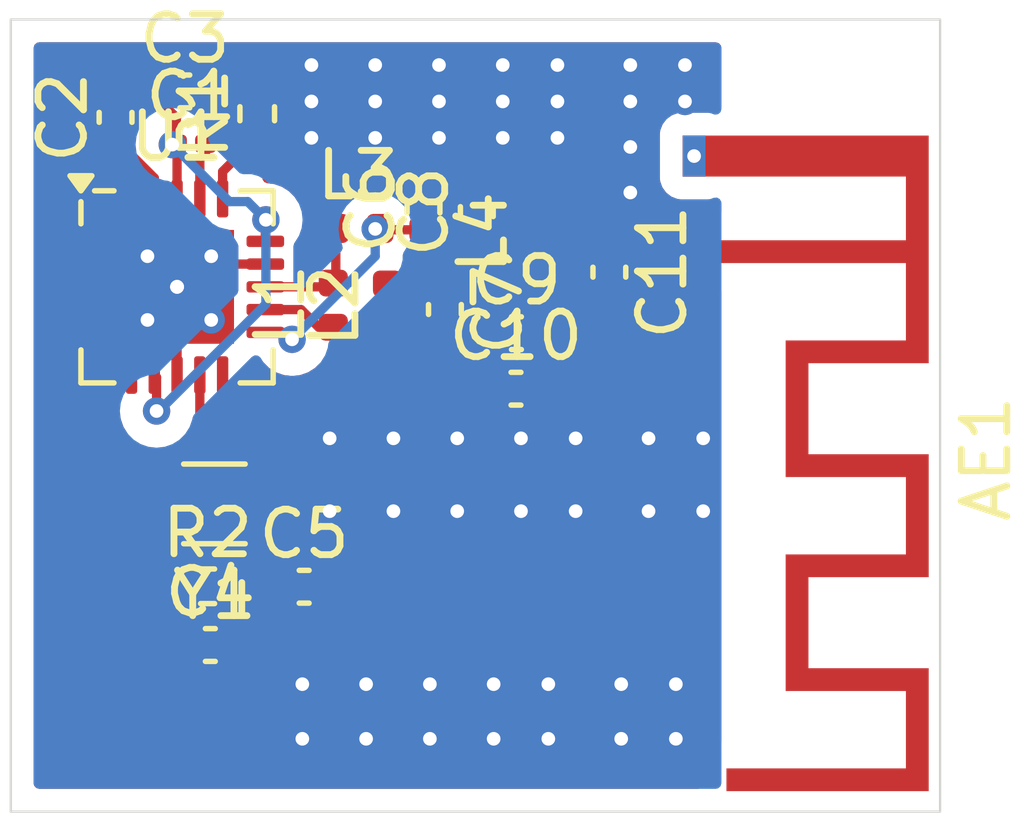
<source format=kicad_pcb>
(kicad_pcb (version 20240108) (generator "pcbnew") (generator_version "8.0")
  (layers (0 "F.Cu" signal) (31 "B.Cu" signal) (34 "B.Paste" user) (35 "F.Paste" user) (36 "B.SilkS" user "B.Silkscreen") (37 "F.SilkS" user "F.Silkscreen") (38 "B.Mask" user) (39 "F.Mask" user) (44 "Edge.Cuts" user))
  (net 0 "")
  (net 1 "Net-(AE1-A)")
  (net 2 "GND")
  (net 3 "VDD")
  (net 4 "Net-(U1-DVDD)")
  (net 5 "Net-(U1-XC2)")
  (net 6 "Net-(U1-XC1)")
  (net 7 "Net-(U1-VDD_PA)")
  (net 8 "Net-(C10-Pad1)")
  (net 9 "Net-(C7-Pad1)")
  (net 10 "Net-(J1-Pin_3)")
  (net 11 "Net-(J1-Pin_4)")
  (net 12 "Net-(J1-Pin_5)")
  (net 13 "Net-(J1-Pin_7)")
  (net 14 "Net-(J1-Pin_6)")
  (net 15 "Net-(J1-Pin_2)")
  (net 16 "Net-(U1-ANT1)")
  (net 17 "Net-(U1-ANT2)")
  (net 18 "Net-(U1-IREF)")
  (footprint "Inductor_SMD:L_0402_1005Metric" (layer "F.Cu") (at 133.53 89.875 90)
    (property "Reference" "L4" (at 0 -1.17 90) (layer "F.SilkS"))
    (property "Value" "Lx")
    (pad "1" smd roundrect (at -0.485 0 90) (size 0.59 0.64) (layers "F.Cu" "F.Paste" "F.Mask") (net 8 "Net-(C10-Pad1)"))
    (pad "2" smd roundrect (at 0.485 0 90) (size 0.59 0.64) (layers "F.Cu" "F.Paste" "F.Mask") (net 1 "Net-(AE1-A)"))
  )
  (footprint "Capacitor_SMD:C_0402_1005Metric" (layer "F.Cu") (at 131.53 91.57 -90)
    (property "Reference" "C7" (at 0 -1.16 90) (layer "F.SilkS"))
    (property "Value" "1p5")
    (fp_line (start -0.107836 0.36) (end 0.107836 0.36) (stroke (width 0.12)) (layer "F.SilkS"))
    (fp_line (start -0.107836 -0.36) (end 0.107836 -0.36) (stroke (width 0.12)) (layer "F.SilkS"))
    (pad "1" smd roundrect (at -0.48 0 270) (size 0.56 0.62) (layers "F.Cu" "F.Paste" "F.Mask") (net 9 "Net-(C7-Pad1)"))
    (pad "2" smd roundrect (at 0.48 0 270) (size 0.56 0.62) (layers "F.Cu" "F.Paste" "F.Mask") (net 8 "Net-(C10-Pad1)"))
  )
  (footprint "Inductor_SMD:L_0402_1005Metric" (layer "F.Cu") (at 130.27 91.495 90)
    (property "Reference" "L2" (at 0 -1.17 90) (layer "F.SilkS"))
    (property "Value" "3n9")
    (pad "1" smd roundrect (at -0.485 0 90) (size 0.59 0.64) (layers "F.Cu" "F.Paste" "F.Mask") (net 16 "Net-(U1-ANT1)"))
    (pad "2" smd roundrect (at 0.485 0 90) (size 0.59 0.64) (layers "F.Cu" "F.Paste" "F.Mask") (net 9 "Net-(C7-Pad1)"))
  )
  (footprint "Resistor_SMD:R_0402_1005Metric" (layer "F.Cu") (at 127.41 87.27 90)
    (property "Reference" "R1" (at 0 -1.17 90) (layer "F.SilkS"))
    (property "Value" "22k")
    (fp_line (start -0.153641 -0.38) (end 0.153641 -0.38) (stroke (width 0.12)) (layer "F.SilkS"))
    (fp_line (start -0.153641 0.38) (end 0.153641 0.38) (stroke (width 0.12)) (layer "F.SilkS"))
    (pad "1" smd roundrect (at -0.51 0 90) (size 0.54 0.64) (layers "F.Cu" "F.Paste" "F.Mask") (net 18 "Net-(U1-IREF)"))
    (pad "2" smd roundrect (at 0.51 0 90) (size 0.54 0.64) (layers "F.Cu" "F.Paste" "F.Mask") (net 2 "GND"))
  )
  (footprint "Capacitor_SMD:C_0402_1005Metric" (layer "F.Cu") (at 132.23 89.42 90)
    (property "Reference" "C8" (at 0 -1.16 90) (layer "F.SilkS"))
    (property "Value" "C_Small")
    (fp_line (start -0.107836 -0.36) (end 0.107836 -0.36) (stroke (width 0.12)) (layer "F.SilkS"))
    (fp_line (start -0.107836 0.36) (end 0.107836 0.36) (stroke (width 0.12)) (layer "F.SilkS"))
    (pad "1" smd roundrect (at -0.48 0 90) (size 0.56 0.62) (layers "F.Cu" "F.Paste" "F.Mask") (net 7 "Net-(U1-VDD_PA)"))
    (pad "2" smd roundrect (at 0.48 0 90) (size 0.56 0.62) (layers "F.Cu" "F.Paste" "F.Mask") (net 2 "GND"))
  )
  (footprint "Capacitor_SMD:C_0402_1005Metric" (layer "F.Cu") (at 125.82 86.78)
    (property "Reference" "C3" (at 0 -1.16 0) (layer "F.SilkS"))
    (property "Value" "1n")
    (fp_line (start -0.107836 -0.36) (end 0.107836 -0.36) (stroke (width 0.12)) (layer "F.SilkS"))
    (fp_line (start -0.107836 0.36) (end 0.107836 0.36) (stroke (width 0.12)) (layer "F.SilkS"))
    (pad "1" smd roundrect (at -0.48 0) (size 0.56 0.62) (layers "F.Cu" "F.Paste" "F.Mask") (net 3 "VDD"))
    (pad "2" smd roundrect (at 0.48 0) (size 0.56 0.62) (layers "F.Cu" "F.Paste" "F.Mask") (net 2 "GND"))
  )
  (footprint "Capacitor_SMD:C_0402_1005Metric" (layer "F.Cu") (at 126.38 98.94)
    (property "Reference" "C4" (at 0 -1.16 0) (layer "F.SilkS"))
    (property "Value" "22p")
    (fp_line (start -0.107836 -0.36) (end 0.107836 -0.36) (stroke (width 0.12)) (layer "F.SilkS"))
    (fp_line (start -0.107836 0.36) (end 0.107836 0.36) (stroke (width 0.12)) (layer "F.SilkS"))
    (pad "1" smd roundrect (at -0.48 0) (size 0.56 0.62) (layers "F.Cu" "F.Paste" "F.Mask") (net 5 "Net-(U1-XC2)"))
    (pad "2" smd roundrect (at 0.48 0) (size 0.56 0.62) (layers "F.Cu" "F.Paste" "F.Mask") (net 2 "GND"))
  )
  (footprint "Capacitor_SMD:C_0402_1005Metric" (layer "F.Cu") (at 133.09 93.31)
    (property "Reference" "C10" (at 0 -1.16 0) (layer "F.SilkS"))
    (property "Value" "Cx")
    (fp_line (start -0.107836 -0.36) (end 0.107836 -0.36) (stroke (width 0.12)) (layer "F.SilkS"))
    (fp_line (start -0.107836 0.36) (end 0.107836 0.36) (stroke (width 0.12)) (layer "F.SilkS"))
    (pad "1" smd roundrect (at -0.48 0) (size 0.56 0.62) (layers "F.Cu" "F.Paste" "F.Mask") (net 8 "Net-(C10-Pad1)"))
    (pad "2" smd roundrect (at 0.48 0) (size 0.56 0.62) (layers "F.Cu" "F.Paste" "F.Mask") (net 2 "GND"))
  )
  (footprint "Resistor_SMD:R_0402_1005Metric" (layer "F.Cu") (at 126.32 97.65)
    (property "Reference" "R2" (at 0 -1.17 0) (layer "F.SilkS"))
    (property "Value" "16MHz")
    (fp_line (start -0.153641 -0.38) (end 0.153641 -0.38) (stroke (width 0.12)) (layer "F.SilkS"))
    (fp_line (start -0.153641 0.38) (end 0.153641 0.38) (stroke (width 0.12)) (layer "F.SilkS"))
    (pad "1" smd roundrect (at -0.51 0) (size 0.54 0.64) (layers "F.Cu" "F.Paste" "F.Mask") (net 5 "Net-(U1-XC2)"))
    (pad "2" smd roundrect (at 0.51 0) (size 0.54 0.64) (layers "F.Cu" "F.Paste" "F.Mask") (net 6 "Net-(U1-XC1)"))
  )
  (footprint "Crystal:Crystal_SMD_3215-2Pin_3.2x1.5mm" (layer "F.Cu") (at 126.47 95.84 180)
    (property "Reference" "Y1" (at 0 -2 0) (layer "F.SilkS"))
    (property "Value" "Crystal")
    (fp_line (start -0.675 0.875) (end 0.675 0.875) (stroke (width 0.12)) (layer "F.SilkS"))
    (fp_line (start -0.675 -0.875) (end 0.675 -0.875) (stroke (width 0.12)) (layer "F.SilkS"))
    (pad "1" smd rect (at 1.25 0 180) (size 1 1.8) (layers "F.Cu" "F.Paste" "F.Mask") (net 5 "Net-(U1-XC2)"))
    (pad "2" smd rect (at -1.25 0 180) (size 1 1.8) (layers "F.Cu" "F.Paste" "F.Mask") (net 6 "Net-(U1-XC1)"))
  )
  (footprint "RF_Antenna:Texas_SWRA117D_2.4GHz_Right" (layer "F.Cu") (at 137 90.3 -90)
    (property "Reference" "AE1" (at 4.55 -6.41 90) (layer "F.SilkS"))
    (property "Value" "Antenna")
    (fp_poly (pts (xy 2.45 -2.51) (xy 4.45 -2.51) (xy 4.45 -5.15) (xy 7.15 -5.15) (xy 7.15 -2.51) (xy 9.15 -2.51) (xy 9.15 -5.15) (xy 11.85 -5.15) (xy 11.85 -0.71) (xy 11.35 -0.71) (xy 11.35 -4.65) (xy 9.65 -4.65) (xy 9.65 -2.01) (xy 6.65 -2.01) (xy 6.65 -4.65) (xy 4.95 -4.65) (xy 4.95 -2.01) (xy 1.95 -2.01) (xy 1.95 -4.65) (xy 0.25 -4.65) (xy 0.25 0.25) (xy -0.25 0.25) (xy -0.25 -4.65) (xy -1.65 -4.65) (xy -1.65 0.25) (xy -2.55 0.25) (xy -2.55 0.006785) (xy -2.247583 0.006785) (xy -2.237742 0.054395) (xy -2.213674 0.096797) (xy -2.175731 0.129581) (xy -2.167819 0.133935) (xy -2.125156 0.146043) (xy -2.076637 0.1453) (xy -2.031122 0.1324) (xy -2.012511 0.121787) (xy -1.978868 0.086553) (xy -1.958309 0.041368) (xy -1.951778 -0.008158) (xy -1.960218 -0.056417) (xy -1.977112 -0.088643) (xy -2.012372 -0.121313) (xy -2.057682 -0.141408) (xy -2.107267 -0.147982) (xy -2.155353 -0.140092) (xy -2.188245 -0.123186) (xy -2.223185 -0.086416) (xy -2.242847 -0.041622) (xy -2.247583 0.006785) (xy -2.55 0.006785) (xy -2.55 -5.15) (xy 2.45 -5.15) (xy 2.45 -2.51)) (fill solid) (layer "F.Cu"))
    (pad "1" connect rect (at 0 0 270) (size 0.5 0.5) (layers "F.Cu") (net 1 "Net-(AE1-A)"))
    (pad "2" thru_hole rect (at -2.1 0 270) (size 0.9 0.5) (drill 0.3) (layers "*.Cu"))
  )
  (footprint "Capacitor_SMD:C_0201_0603Metric" (layer "F.Cu") (at 125.955 87.93)
    (property "Reference" "C1" (at 0 -1.05 0) (layer "F.SilkS"))
    (property "Value" "10n")
    (pad "1" smd roundrect (at -0.32 0) (size 0.46 0.4) (layers "F.Cu" "F.Mask") (net 3 "VDD"))
    (pad "2" smd roundrect (at 0.32 0) (size 0.46 0.4) (layers "F.Cu" "F.Mask") (net 2 "GND"))
  )
  (footprint "Capacitor_SMD:C_0402_1005Metric" (layer "F.Cu") (at 131.06 89.34 90)
    (property "Reference" "C6" (at 0 -1.16 90) (layer "F.SilkS"))
    (property "Value" "C_Small")
    (fp_line (start -0.107836 -0.36) (end 0.107836 -0.36) (stroke (width 0.12)) (layer "F.SilkS"))
    (fp_line (start -0.107836 0.36) (end 0.107836 0.36) (stroke (width 0.12)) (layer "F.SilkS"))
    (pad "1" smd roundrect (at -0.48 0 90) (size 0.56 0.62) (layers "F.Cu" "F.Paste" "F.Mask") (net 7 "Net-(U1-VDD_PA)"))
    (pad "2" smd roundrect (at 0.48 0 90) (size 0.56 0.62) (layers "F.Cu" "F.Paste" "F.Mask") (net 2 "GND"))
  )
  (footprint "Capacitor_SMD:C_0402_1005Metric" (layer "F.Cu") (at 128.44 97.66)
    (property "Reference" "C5" (at 0 -1.16 0) (layer "F.SilkS"))
    (property "Value" "22p")
    (fp_line (start -0.107836 -0.36) (end 0.107836 -0.36) (stroke (width 0.12)) (layer "F.SilkS"))
    (fp_line (start -0.107836 0.36) (end 0.107836 0.36) (stroke (width 0.12)) (layer "F.SilkS"))
    (pad "1" smd roundrect (at -0.48 0) (size 0.56 0.62) (layers "F.Cu" "F.Paste" "F.Mask") (net 6 "Net-(U1-XC1)"))
    (pad "2" smd roundrect (at 0.48 0) (size 0.56 0.62) (layers "F.Cu" "F.Paste" "F.Mask") (net 2 "GND"))
  )
  (footprint "Capacitor_SMD:C_0402_1005Metric" (layer "F.Cu") (at 133.1 92.09)
    (property "Reference" "C9" (at 0 -1.16 0) (layer "F.SilkS"))
    (property "Value" "1p")
    (fp_line (start -0.107836 -0.36) (end 0.107836 -0.36) (stroke (width 0.12)) (layer "F.SilkS"))
    (fp_line (start -0.107836 0.36) (end 0.107836 0.36) (stroke (width 0.12)) (layer "F.SilkS"))
    (pad "1" smd roundrect (at -0.48 0) (size 0.56 0.62) (layers "F.Cu" "F.Paste" "F.Mask") (net 8 "Net-(C10-Pad1)"))
    (pad "2" smd roundrect (at 0.48 0) (size 0.56 0.62) (layers "F.Cu" "F.Paste" "F.Mask") (net 2 "GND"))
  )
  (footprint "Inductor_SMD:L_0402_1005Metric" (layer "F.Cu") (at 129.62 89.79)
    (property "Reference" "L3" (at 0 -1.17 0) (layer "F.SilkS"))
    (property "Value" "2n7")
    (pad "1" smd roundrect (at -0.485 0) (size 0.59 0.64) (layers "F.Cu" "F.Paste" "F.Mask") (net 17 "Net-(U1-ANT2)"))
    (pad "2" smd roundrect (at 0.485 0) (size 0.59 0.64) (layers "F.Cu" "F.Paste" "F.Mask") (net 7 "Net-(U1-VDD_PA)"))
  )
  (footprint "Capacitor_SMD:C_0402_1005Metric" (layer "F.Cu") (at 135.14 90.75 -90)
    (property "Reference" "C11" (at 0 -1.16 90) (layer "F.SilkS"))
    (property "Value" "Cx")
    (fp_line (start -0.107836 0.36) (end 0.107836 0.36) (stroke (width 0.12)) (layer "F.SilkS"))
    (fp_line (start -0.107836 -0.36) (end 0.107836 -0.36) (stroke (width 0.12)) (layer "F.SilkS"))
    (pad "1" smd roundrect (at -0.48 0 270) (size 0.56 0.62) (layers "F.Cu" "F.Paste" "F.Mask") (net 1 "Net-(AE1-A)"))
    (pad "2" smd roundrect (at 0.48 0 270) (size 0.56 0.62) (layers "F.Cu" "F.Paste" "F.Mask") (net 2 "GND"))
  )
  (footprint "Package_DFN_QFN:QFN-20-1EP_4x4mm_P0.5mm_EP2.5x2.5mm" (layer "F.Cu") (at 125.65 91.0725)
    (property "Reference" "U1" (at 0 -3.3 0) (layer "F.SilkS"))
    (property "Value" "NRF24L01")
    (fp_line (start -2.11 -1.385) (end -2.11 -1.87) (stroke (width 0.12)) (layer "F.SilkS"))
    (fp_line (start -2.11 2.11) (end -2.11 1.385) (stroke (width 0.12)) (layer "F.SilkS"))
    (fp_line (start -1.385 -2.11) (end -1.81 -2.11) (stroke (width 0.12)) (layer "F.SilkS"))
    (fp_line (start -1.385 2.11) (end -2.11 2.11) (stroke (width 0.12)) (layer "F.SilkS"))
    (fp_line (start 1.385 -2.11) (end 2.11 -2.11) (stroke (width 0.12)) (layer "F.SilkS"))
    (fp_line (start 1.385 2.11) (end 2.11 2.11) (stroke (width 0.12)) (layer "F.SilkS"))
    (fp_line (start 2.11 -2.11) (end 2.11 -1.385) (stroke (width 0.12)) (layer "F.SilkS"))
    (fp_line (start 2.11 2.11) (end 2.11 1.385) (stroke (width 0.12)) (layer "F.SilkS"))
    (fp_poly (pts (xy -2.11 -2.11) (xy -2.35 -2.44) (xy -1.87 -2.44) (xy -2.11 -2.11)) (stroke (width 0.12)) (fill solid) (layer "F.SilkS"))
    (pad "1" smd roundrect (at -1.9375 -1) (size 0.825 0.25) (layers "F.Cu" "F.Paste" "F.Mask") (net 14 "Net-(J1-Pin_6)"))
    (pad "2" smd roundrect (at -1.9375 -0.5) (size 0.825 0.25) (layers "F.Cu" "F.Paste" "F.Mask") (net 12 "Net-(J1-Pin_5)"))
    (pad "3" smd roundrect (at -1.9375 0) (size 0.825 0.25) (layers "F.Cu" "F.Paste" "F.Mask") (net 11 "Net-(J1-Pin_4)"))
    (pad "4" smd roundrect (at -1.9375 0.5) (size 0.825 0.25) (layers "F.Cu" "F.Paste" "F.Mask") (net 15 "Net-(J1-Pin_2)"))
    (pad "5" smd roundrect (at -1.9375 1) (size 0.825 0.25) (layers "F.Cu" "F.Paste" "F.Mask") (net 10 "Net-(J1-Pin_3)"))
    (pad "6" smd roundrect (at -1 1.9375) (size 0.25 0.825) (layers "F.Cu" "F.Paste" "F.Mask") (net 13 "Net-(J1-Pin_7)"))
    (pad "7" smd roundrect (at -0.5 1.9375) (size 0.25 0.825) (layers "F.Cu" "F.Paste" "F.Mask") (net 3 "VDD"))
    (pad "8" smd roundrect (at 0 1.9375) (size 0.25 0.825) (layers "F.Cu" "F.Paste" "F.Mask") (net 2 "GND"))
    (pad "9" smd roundrect (at 0.5 1.9375) (size 0.25 0.825) (layers "F.Cu" "F.Paste" "F.Mask") (net 5 "Net-(U1-XC2)"))
    (pad "10" smd roundrect (at 1 1.9375) (size 0.25 0.825) (layers "F.Cu" "F.Paste" "F.Mask") (net 6 "Net-(U1-XC1)"))
    (pad "11" smd roundrect (at 1.9375 1) (size 0.825 0.25) (layers "F.Cu" "F.Paste" "F.Mask") (net 7 "Net-(U1-VDD_PA)"))
    (pad "12" smd roundrect (at 1.9375 0.5) (size 0.825 0.25) (layers "F.Cu" "F.Paste" "F.Mask") (net 16 "Net-(U1-ANT1)"))
    (pad "13" smd roundrect (at 1.9375 0) (size 0.825 0.25) (layers "F.Cu" "F.Paste" "F.Mask") (net 17 "Net-(U1-ANT2)"))
    (pad "14" smd roundrect (at 1.9375 -0.5) (size 0.825 0.25) (layers "F.Cu" "F.Paste" "F.Mask") (net 2 "GND"))
    (pad "15" smd roundrect (at 1.9375 -1) (size 0.825 0.25) (layers "F.Cu" "F.Paste" "F.Mask") (net 3 "VDD"))
    (pad "16" smd roundrect (at 1 -1.9375) (size 0.25 0.825) (layers "F.Cu" "F.Paste" "F.Mask") (net 18 "Net-(U1-IREF)"))
    (pad "17" smd roundrect (at 0.5 -1.9375) (size 0.25 0.825) (layers "F.Cu" "F.Paste" "F.Mask") (net 2 "GND"))
    (pad "18" smd roundrect (at 0 -1.9375) (size 0.25 0.825) (layers "F.Cu" "F.Paste" "F.Mask") (net 3 "VDD"))
    (pad "19" smd roundrect (at -0.5 -1.9375) (size 0.25 0.825) (layers "F.Cu" "F.Paste" "F.Mask") (net 4 "Net-(U1-DVDD)"))
    (pad "20" smd roundrect (at -1 -1.9375) (size 0.25 0.825) (layers "F.Cu" "F.Paste" "F.Mask") (net 2 "GND"))
    (pad "21" smd rect (at 0 0) (size 2.5 2.5) (property pad_prop_heatsink) (layers "F.Cu" "F.Mask") (net 2 "GND"))
  )
  (footprint "Capacitor_SMD:C_0402_1005Metric" (layer "F.Cu") (at 124.3 87.35 90)
    (property "Reference" "C2" (at 0 -1.16 90) (layer "F.SilkS"))
    (property "Value" "33n")
    (fp_line (start -0.107836 -0.36) (end 0.107836 -0.36) (stroke (width 0.12)) (layer "F.SilkS"))
    (fp_line (start -0.107836 0.36) (end 0.107836 0.36) (stroke (width 0.12)) (layer "F.SilkS"))
    (pad "1" smd roundrect (at -0.48 0 90) (size 0.56 0.62) (layers "F.Cu" "F.Paste" "F.Mask") (net 4 "Net-(U1-DVDD)"))
    (pad "2" smd roundrect (at 0.48 0 90) (size 0.56 0.62) (layers "F.Cu" "F.Paste" "F.Mask") (net 2 "GND"))
  )
  (footprint "Inductor_SMD:L_0402_1005Metric" (layer "F.Cu") (at 129.08 91.475 90)
    (property "Reference" "L1" (at 0 -1.17 90) (layer "F.SilkS"))
    (property "Value" "8n2")
    (pad "1" smd roundrect (at -0.485 0 90) (size 0.59 0.64) (layers "F.Cu" "F.Paste" "F.Mask") (net 16 "Net-(U1-ANT1)"))
    (pad "2" smd roundrect (at 0.485 0 90) (size 0.59 0.64) (layers "F.Cu" "F.Paste" "F.Mask") (net 17 "Net-(U1-ANT2)"))
  )
  (gr_rect (start 122 85.2) (end 142.4 102.6) (stroke (width 0.05)) (fill none) (layer "Edge.Cuts"))
  (segment (start 135.14 90.27) (end 134.41 90.27) (width 0.2032) (layer "F.Cu") (net 1))
  (segment (start 135.17 90.3) (end 135.14 90.27) (width 0.2032) (layer "F.Cu") (net 1))
  (segment (start 134.41 90.27) (end 133.53 89.39) (width 0.2032) (layer "F.Cu") (net 1))
  (segment (start 137 90.3) (end 135.17 90.3) (width 0.2032) (layer "F.Cu") (net 1))
  (segment (start 124.65 90.0725) (end 125.65 91.0725) (width 0.2032) (layer "F.Cu") (net 2))
  (segment (start 124.65 89.135) (end 124.65 90.0725) (width 0.2032) (layer "F.Cu") (net 2))
  (segment (start 125.65 93.01) (end 125.65 91.0725) (width 0.2032) (layer "F.Cu") (net 2))
  (segment (start 126.15 89.135) (end 126.15 88.254999) (width 0.2032) (layer "F.Cu") (net 2))
  (segment (start 126.15 89.135) (end 126.15 90.5725) (width 0.2032) (layer "F.Cu") (net 2))
  (segment (start 126.275 86.805) (end 126.3 86.78) (width 0.2032) (layer "F.Cu") (net 2))
  (segment (start 126.275 88.129999) (end 126.275 87.93) (width 0.2032) (layer "F.Cu") (net 2))
  (segment (start 126.275 87.93) (end 126.275 86.805) (width 0.2032) (layer "F.Cu") (net 2))
  (segment (start 126.15 90.5725) (end 125.65 91.0725) (width 0.2032) (layer "F.Cu") (net 2))
  (segment (start 127.5875 90.5725) (end 126.15 90.5725) (width 0.2032) (layer "F.Cu") (net 2))
  (segment (start 126.15 88.254999) (end 126.275 88.129999) (width 0.2032) (layer "F.Cu") (net 2))
  (via (at 134 87.8) (size 0.6) (drill 0.3) (layers "F.Cu" "B.Cu") (net 2))
  (via (at 128.6 87) (size 0.6) (drill 0.3) (layers "F.Cu" "B.Cu") (net 2))
  (via (at 125.65 91.0725) (size 0.6) (drill 0.3) (layers "F.Cu" "B.Cu") (net 2))
  (via (at 128.4 99.8) (size 0.6) (drill 0.3) (layers "F.Cu" "B.Cu") (net 2))
  (via (at 136.6 99.8) (size 0.6) (drill 0.3) (layers "F.Cu" "B.Cu") (net 2))
  (via (at 133.2 94.4) (size 0.6) (drill 0.3) (layers "F.Cu" "B.Cu") (net 2))
  (via (at 129 96) (size 0.6) (drill 0.3) (layers "F.Cu" "B.Cu") (net 2))
  (via (at 129 94.4) (size 0.6) (drill 0.3) (layers "F.Cu" "B.Cu") (net 2))
  (via (at 130.4 94.4) (size 0.6) (drill 0.3) (layers "F.Cu" "B.Cu") (net 2))
  (via (at 125.65 91.0725) (size 0.6) (drill 0.3) (layers "F.Cu" "B.Cu") (net 2))
  (via (at 134.4 96) (size 0.6) (drill 0.3) (layers "F.Cu" "B.Cu") (net 2))
  (via (at 131.4 87) (size 0.6) (drill 0.3) (layers "F.Cu" "B.Cu") (net 2))
  (via (at 136 96) (size 0.6) (drill 0.3) (layers "F.Cu" "B.Cu") (net 2))
  (via (at 130.4 96) (size 0.6) (drill 0.3) (layers "F.Cu" "B.Cu") (net 2))
  (via (at 136.8 87) (size 0.6) (drill 0.3) (layers "F.Cu" "B.Cu") (net 2))
  (via (at 125 91.8) (size 0.6) (drill 0.3) (layers "F.Cu" "B.Cu") (net 2))
  (via (at 131.8 96) (size 0.6) (drill 0.3) (layers "F.Cu" "B.Cu") (net 2))
  (via (at 125.65 91.0725) (size 0.6) (drill 0.3) (layers "F.Cu" "B.Cu") (net 2))
  (via (at 136.8 86.2) (size 0.6) (drill 0.3) (layers "F.Cu" "B.Cu") (net 2))
  (via (at 134 87) (size 0.6) (drill 0.3) (layers "F.Cu" "B.Cu") (net 2))
  (via (at 135.6 86.2) (size 0.6) (drill 0.3) (layers "F.Cu" "B.Cu") (net 2))
  (via (at 126.4 90.4) (size 0.6) (drill 0.3) (layers "F.Cu" "B.Cu") (net 2))
  (via (at 125 90.4) (size 0.6) (drill 0.3) (layers "F.Cu" "B.Cu") (net 2))
  (via (at 130 86.2) (size 0.6) (drill 0.3) (layers "F.Cu" "B.Cu") (net 2))
  (via (at 132.8 86.2) (size 0.6) (drill 0.3) (layers "F.Cu" "B.Cu") (net 2))
  (via (at 133.8 101) (size 0.6) (drill 0.3) (layers "F.Cu" "B.Cu") (net 2))
  (via (at 131.8 94.4) (size 0.6) (drill 0.3) (layers "F.Cu" "B.Cu") (net 2))
  (via (at 133.8 99.8) (size 0.6) (drill 0.3) (layers "F.Cu" "B.Cu") (net 2))
  (via (at 131.4 86.2) (size 0.6) (drill 0.3) (layers "F.Cu" "B.Cu") (net 2))
  (via (at 130 87) (size 0.6) (drill 0.3) (layers "F.Cu" "B.Cu") (net 2))
  (via (at 131.4 87.8) (size 0.6) (drill 0.3) (layers "F.Cu" "B.Cu") (net 2))
  (via (at 135.6 88) (size 0.6) (drill 0.3) (layers "F.Cu" "B.Cu") (net 2))
  (via (at 132.8 87.8) (size 0.6) (drill 0.3) (layers "F.Cu" "B.Cu") (net 2))
  (via (at 137.2 96) (size 0.6) (drill 0.3) (layers "F.Cu" "B.Cu") (net 2))
  (via (at 135.6 89) (size 0.6) (drill 0.3) (layers "F.Cu" "B.Cu") (net 2))
  (via (at 135.6 87) (size 0.6) (drill 0.3) (layers "F.Cu" "B.Cu") (net 2))
  (via (at 133.2 96) (size 0.6) (drill 0.3) (layers "F.Cu" "B.Cu") (net 2))
  (via (at 132.6 101) (size 0.6) (drill 0.3) (layers "F.Cu" "B.Cu") (net 2))
  (via (at 126.4 91.8) (size 0.6) (drill 0.3) (layers "F.Cu" "B.Cu") (net 2))
  (via (at 132.8 87) (size 0.6) (drill 0.3) (layers "F.Cu" "B.Cu") (net 2))
  (via (at 134.4 94.4) (size 0.6) (drill 0.3) (layers "F.Cu" "B.Cu") (net 2))
  (via (at 132.6 99.8) (size 0.6) (drill 0.3) (layers "F.Cu" "B.Cu") (net 2))
  (via (at 135.4 101) (size 0.6) (drill 0.3) (layers "F.Cu" "B.Cu") (net 2))
  (via (at 131.2 99.8) (size 0.6) (drill 0.3) (layers "F.Cu" "B.Cu") (net 2))
  (via (at 125.65 91.0725) (size 0.6) (drill 0.3) (layers "F.Cu" "B.Cu") (net 2))
  (via (at 136.6 101) (size 0.6) (drill 0.3) (layers "F.Cu" "B.Cu") (net 2))
  (via (at 137.2 94.4) (size 0.6) (drill 0.3) (layers "F.Cu" "B.Cu") (net 2))
  (via (at 136 94.4) (size 0.6) (drill 0.3) (layers "F.Cu" "B.Cu") (net 2))
  (via (at 125.65 91.0725) (size 0.6) (drill 0.3) (layers "F.Cu" "B.Cu") (net 2))
  (via (at 129.8 101) (size 0.6) (drill 0.3) (layers "F.Cu" "B.Cu") (net 2))
  (via (at 131.2 101) (size 0.6) (drill 0.3) (layers "F.Cu" "B.Cu") (net 2))
  (via (at 135.4 99.8) (size 0.6) (drill 0.3) (layers "F.Cu" "B.Cu") (net 2))
  (via (at 128.6 86.2) (size 0.6) (drill 0.3) (layers "F.Cu" "B.Cu") (net 2))
  (via (at 128.6 87.8) (size 0.6) (drill 0.3) (layers "F.Cu" "B.Cu") (net 2))
  (via (at 125.65 91.0725) (size 0.6) (drill 0.3) (layers "F.Cu" "B.Cu") (net 2))
  (via (at 134 86.2) (size 0.6) (drill 0.3) (layers "F.Cu" "B.Cu") (net 2))
  (via (at 130 87.8) (size 0.6) (drill 0.3) (layers "F.Cu" "B.Cu") (net 2))
  (via (at 129.8 99.8) (size 0.6) (drill 0.3) (layers "F.Cu" "B.Cu") (net 2))
  (via (at 128.4 101) (size 0.6) (drill 0.3) (layers "F.Cu" "B.Cu") (net 2))
  (segment (start 125.2 93.06) (end 125.15 93.01) (width 0.2032) (layer "F.Cu") (net 3))
  (segment (start 125.64 87.36) (end 125.635 87.365) (width 0.2032) (layer "F.Cu") (net 3))
  (segment (start 125.65 88.005) (end 125.65 89.135) (width 0.2032) (layer "F.Cu") (net 3))
  (segment (start 125.635 87.365) (end 125.635 87.93) (width 0.2032) (layer "F.Cu") (net 3))
  (segment (start 125.34 86.78) (end 125.34 87.06) (width 0.2032) (layer "F.Cu") (net 3))
  (segment (start 125.2 93.8) (end 125.2 93.06) (width 0.2032) (layer "F.Cu") (net 3))
  (segment (start 125.575 87.93) (end 125.65 88.005) (width 0.2032) (layer "F.Cu") (net 3))
  (segment (start 127.5875 89.6125) (end 127.6 89.6) (width 0.2032) (layer "F.Cu") (net 3))
  (segment (start 125.34 87.06) (end 125.64 87.36) (width 0.2032) (layer "F.Cu") (net 3))
  (segment (start 127.5875 90.0725) (end 127.5875 89.6125) (width 0.2032) (layer "F.Cu") (net 3))
  (via (at 127.6 89.6) (size 0.6) (drill 0.3) (layers "F.Cu" "B.Cu") (net 3))
  (via (at 125.545001 87.947958) (size 0.6) (drill 0.3) (layers "F.Cu" "B.Cu") (net 3))
  (via (at 125.2 93.8) (size 0.6) (drill 0.3) (layers "F.Cu" "B.Cu") (net 3))
  (segment (start 127.2 89.2) (end 126.797043 89.2) (width 0.2032) (layer "B.Cu") (net 3))
  (segment (start 125.250791 93.8) (end 125.2 93.8) (width 0.2032) (layer "B.Cu") (net 3))
  (segment (start 126.797043 89.2) (end 125.545001 87.947958) (width 0.2032) (layer "B.Cu") (net 3))
  (segment (start 127.6 91.450791) (end 125.250791 93.8) (width 0.2032) (layer "B.Cu") (net 3))
  (segment (start 127.6 89.6) (end 127.2 89.2) (width 0.2032) (layer "B.Cu") (net 3))
  (segment (start 127.6 89.6) (end 127.6 91.450791) (width 0.2032) (layer "B.Cu") (net 3))
  (segment (start 125.15 88.68) (end 125.15 89.135) (width 0.2032) (layer "F.Cu") (net 4))
  (segment (start 124.3 87.83) (end 125.15 88.68) (width 0.2032) (layer "F.Cu") (net 4))
  (segment (start 125.81 97.65) (end 125.81 96.43) (width 0.2032) (layer "F.Cu") (net 5))
  (segment (start 125.81 96.43) (end 125.22 95.84) (width 0.2032) (layer "F.Cu") (net 5))
  (segment (start 125.9 98.94) (end 125.9 98.29) (width 0.2032) (layer "F.Cu") (net 5))
  (segment (start 126.16 94.37) (end 126.15 94.36) (width 0.2032) (layer "F.Cu") (net 5))
  (segment (start 126.15 94.36) (end 126.15 93.01) (width 0.2032) (layer "F.Cu") (net 5))
  (segment (start 125.22 95.84) (end 125.22 95.31) (width 0.2032) (layer "F.Cu") (net 5))
  (segment (start 125.22 95.31) (end 126.16 94.37) (width 0.2032) (layer "F.Cu") (net 5))
  (segment (start 125.81 98.2) (end 125.81 97.65) (width 0.2032) (layer "F.Cu") (net 5))
  (segment (start 125.9 98.29) (end 125.81 98.2) (width 0.2032) (layer "F.Cu") (net 5))
  (segment (start 126.65 94.41) (end 126.65 93.01) (width 0.2032) (layer "F.Cu") (net 6))
  (segment (start 127.96 97.66) (end 127.96 96.08) (width 0.2032) (layer "F.Cu") (net 6))
  (segment (start 126.83 97.65) (end 127.95 97.65) (width 0.2032) (layer "F.Cu") (net 6))
  (segment (start 127.95 97.65) (end 127.96 97.66) (width 0.2032) (layer "F.Cu") (net 6))
  (segment (start 127.96 96.08) (end 127.72 95.84) (width 0.2032) (layer "F.Cu") (net 6))
  (segment (start 127.72 95.84) (end 127.72 95.48) (width 0.2032) (layer "F.Cu") (net 6))
  (segment (start 127.72 95.48) (end 126.65 94.41) (width 0.2032) (layer "F.Cu") (net 6))
  (segment (start 127.5875 92.0725) (end 128.021708 92.0725) (width 0.2032) (layer "F.Cu") (net 7))
  (segment (start 131.06 89.82) (end 130.135 89.82) (width 0.2032) (layer "F.Cu") (net 7))
  (segment (start 128.021708 92.0725) (end 128.174604 92.225396) (width 0.2032) (layer "F.Cu") (net 7))
  (segment (start 132.23 89.9) (end 131.14 89.9) (width 0.2032) (layer "F.Cu") (net 7))
  (segment (start 130.135 89.82) (end 130.105 89.79) (width 0.2032) (layer "F.Cu") (net 7))
  (segment (start 131.14 89.9) (end 131.06 89.82) (width 0.2032) (layer "F.Cu") (net 7))
  (via (at 130 89.8) (size 0.6) (drill 0.3) (layers "F.Cu" "B.Cu") (net 7))
  (via (at 128.174604 92.225396) (size 0.6) (drill 0.3) (layers "F.Cu" "B.Cu") (net 7))
  (segment (start 130 90.4) (end 130 89.8) (width 0.2032) (layer "B.Cu") (net 7))
  (segment (start 128.174604 92.225396) (end 130 90.4) (width 0.2032) (layer "B.Cu") (net 7))
  (segment (start 132.62 92.09) (end 132.62 91.27) (width 0.2032) (layer "F.Cu") (net 8))
  (segment (start 132.61 92.1) (end 132.62 92.09) (width 0.2032) (layer "F.Cu") (net 8))
  (segment (start 131.53 92.05) (end 132.58 92.05) (width 0.2032) (layer "F.Cu") (net 8))
  (segment (start 132.61 93.31) (end 132.61 92.1) (width 0.2032) (layer "F.Cu") (net 8))
  (segment (start 132.62 91.27) (end 133.53 90.36) (width 0.2032) (layer "F.Cu") (net 8))
  (segment (start 132.58 92.05) (end 132.62 92.09) (width 0.2032) (layer "F.Cu") (net 8))
  (segment (start 131.53 91.09) (end 130.35 91.09) (width 0.2032) (layer "F.Cu") (net 9))
  (segment (start 130.35 91.09) (end 130.27 91.01) (width 0.2032) (layer "F.Cu") (net 9))
  (segment (start 129.08 91.96) (end 128.76 91.96) (width 0.2032) (layer "F.Cu") (net 16))
  (segment (start 130.27 91.98) (end 129.1 91.98) (width 0.2032) (layer "F.Cu") (net 16))
  (segment (start 129.1 91.98) (end 129.08 91.96) (width 0.2032) (layer "F.Cu") (net 16))
  (segment (start 128.76 91.96) (end 128.3725 91.5725) (width 0.2032) (layer "F.Cu") (net 16))
  (segment (start 128.3725 91.5725) (end 127.5875 91.5725) (width 0.2032) (layer "F.Cu") (net 16))
  (segment (start 129.135 89.79) (end 129.135 90.935) (width 0.2032) (layer "F.Cu") (net 17))
  (segment (start 129.135 90.935) (end 129.08 90.99) (width 0.2032) (layer "F.Cu") (net 17))
  (segment (start 129.08 90.99) (end 128.9975 91.0725) (width 0.2032) (layer "F.Cu") (net 17))
  (segment (start 128.9975 91.0725) (end 127.5875 91.0725) (width 0.2032) (layer "F.Cu") (net 17))
  (segment (start 127.41 87.78) (end 126.65 88.54) (width 0.2032) (layer "F.Cu") (net 18))
  (segment (start 126.65 88.54) (end 126.65 89.135) (width 0.2032) (layer "F.Cu") (net 18))
  (zone (net 2) (net_name "GND") (layer "F.Cu") (connect_pads (clearance 0.5)) (min_thickness 0.25) (fill yes (thermal_gap 0.5) (thermal_bridge_width 0.5))
    (polygon (pts (xy 122 85.6) (xy 137.6 85.6) (xy 137.6 102.6) (xy 122 102.6)))
  )
  (zone (net 2) (net_name "GND") (layer "B.Cu") (priority 1) (connect_pads (clearance 0.5)) (min_thickness 0.25) (fill yes (thermal_gap 0.5) (thermal_bridge_width 0.5))
    (polygon (pts (xy 122 85.2) (xy 137.6 85.2) (xy 137.6 102.6) (xy 122 102.6)))
  )
)
</source>
